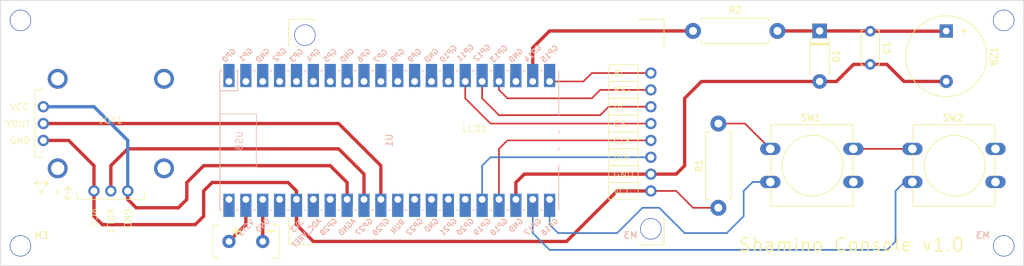
<source format=kicad_pcb>
(kicad_pcb (version 20221018) (generator pcbnew)
  (layers (0 "F.Cu" signal) (31 "B.Cu" signal) (34 "B.Paste" user) (35 "F.Paste" user) (36 "B.SilkS" user "B.Silkscreen") (37 "F.SilkS" user "F.Silkscreen") (38 "B.Mask" user) (39 "F.Mask" user) (44 "Edge.Cuts" user))
  (net 0 "")
  (net 1 "Net-(BZ1-+)")
  (net 2 "Net-(BZ1--)")
  (net 3 "Net-(LCD1-VCC)")
  (net 4 "Net-(JOY1-YOUT)")
  (net 5 "Net-(U1-AGND)")
  (net 6 "Net-(JOY1-XOUT)")
  (net 7 "Net-(R1-Pad2)")
  (net 8 "Net-(U1-GPIO14)")
  (net 30 "Net-(U1-GPIO17)")
  (net 31 "Net-(U1-GPIO16)")
  (net 35 "Net-(LCD1-DC)")
  (net 36 "Net-(LCD1-RST)")
  (net 37 "Net-(LCD1-BL)")
  (net 38 "Net-(LCD1-CS)")
  (net 39 "Net-(LCD1-DIN)")
  (net 40 "Net-(LCD1-CLK)")
  (net 41 "Net-(+3V/GND1-+)")
  (net 42 "Net-(+3V/GND1--)")
  (footprint "ThumbJoystick:Thumb Joystick" (layer "F.Cu") (at 54.61 35.56)
    (fp_text reference "JOY1" (at 0 -0.5 unlocked) (layer "F.SilkS") (effects (font (thickness 0.1))))
    (fp_text value "~")
    (fp_text user "YOUT" (at -15.875 0.635 unlocked) (layer "F.SilkS") (effects (font (thickness 0.1)) (justify left bottom)))
    (fp_text user "GND" (at -15.24 3.175 unlocked) (layer "F.SilkS") (effects (font (thickness 0.1)) (justify left bottom)))
    (fp_text user "VCC" (at -15.24 -1.905 unlocked) (layer "F.SilkS") (effects (font (thickness 0.1)) (justify left bottom)))
    (fp_text user "VCC" (at -3.175 12.7 270 unlocked) (layer "F.SilkS") (effects (font (thickness 0.1)) (justify left bottom)))
    (fp_text user "X" (at -11 11 unlocked) (layer "F.SilkS") (effects (font (thickness 0.1)) (justify left bottom)))
    (fp_text user "GND" (at 1.905 12.7 270 unlocked) (layer "F.SilkS") (effects (font (thickness 0.1)) (justify left bottom)))
    (fp_text user "Y" (at -8.5 11 unlocked) (layer "F.SilkS") (effects (font (thickness 0.1)) (justify left bottom)))
    (fp_text user "XOUT" (at -0.635 12.7 270 unlocked) (layer "F.SilkS") (effects (font (thickness 0.1)) (justify left bottom)))
    (fp_line (start -11.5 9) (end -11 8.5) (stroke (width 0.1)) (layer "F.SilkS"))
    (fp_line (start -11.5 9) (end -11 9.5) (stroke (width 0.1)) (layer "F.SilkS"))
    (fp_line (start -11.43 -5.08) (end -11.43 5.08) (stroke (width 0.1)) (layer "F.SilkS"))
    (fp_line (start -11.43 5.08) (end -10.16 5.08) (stroke (width 0.1)) (layer "F.SilkS"))
    (fp_line (start -11 8.5) (end -11.5 9) (stroke (width 0.1)) (layer "F.SilkS"))
    (fp_line (start -10.5 9) (end -11.5 9) (stroke (width 0.1)) (layer "F.SilkS"))
    (fp_line (start -10.5 9) (end -9.5 9) (stroke (width 0.1)) (layer "F.SilkS"))
    (fp_line (start -10.16 -5.08) (end -11.43 -5.08) (stroke (width 0.1)) (layer "F.SilkS"))
    (fp_line (start -10 8.5) (end -9.5 9) (stroke (width 0.1)) (layer "F.SilkS"))
    (fp_line (start -10 9.5) (end -9.5 9) (stroke (width 0.1)) (layer "F.SilkS"))
    (fp_line (start -9.5 9) (end -10 8.5) (stroke (width 0.1)) (layer "F.SilkS"))
    (fp_line (start -9.5 9) (end -10 9.5) (stroke (width 0.1)) (layer "F.SilkS"))
    (fp_line (start -7 10) (end -6.5 9.5) (stroke (width 0.1)) (layer "F.SilkS"))
    (fp_line (start -7 11) (end -6.5 11.5) (stroke (width 0.1)) (layer "F.SilkS"))
    (fp_line (start -6.5 9.5) (end -7 10) (stroke (width 0.1)) (layer "F.SilkS"))
    (fp_line (start -6.5 9.5) (end -6.5 10.5) (stroke (width 0.1)) (layer "F.SilkS"))
    (fp_line (start -6.5 9.5) (end -6 10) (stroke (width 0.1)) (layer "F.SilkS"))
    (fp_line (start -6.5 10.5) (end -6.5 9.5) (stroke (width 0.1)) (layer "F.SilkS"))
    (fp_line (start -6.5 10.5) (end -6.5 11.5) (stroke (width 0.1)) (layer "F.SilkS"))
    (fp_line (start -6.5 11.5) (end -7 11) (stroke (width 0.1)) (layer "F.SilkS"))
    (fp_line (start -6.5 11.5) (end -6 11) (stroke (width 0.1)) (layer "F.SilkS"))
    (fp_line (start -6 10) (end -6.5 9.5) (stroke (width 0.1)) (layer "F.SilkS"))
    (fp_line (start -6 11) (end -6.5 11.5) (stroke (width 0.1)) (layer "F.SilkS"))
    (fp_line (start -5.08 11.43) (end -5.08 10.16) (stroke (width 0.1)) (layer "F.SilkS"))
    (fp_line (start 5.08 10.16) (end 5.08 11.43) (stroke (width 0.1)) (layer "F.SilkS"))
    (fp_line (start 5.08 11.43) (end -5.08 11.43) (stroke (width 0.1)) (layer "F.SilkS"))
    (pad "1" thru_hole circle (at -2.54 10.16) (size 1.7 1.7) (drill 1.02) (layers "*.Cu" "*.Mask") (net 3 "Net-(LCD1-VCC)"))
    (pad "2" thru_hole circle (at 0 10.16) (size 1.7 1.7) (drill 1.02) (layers "*.Cu" "*.Mask") (net 6 "Net-(JOY1-XOUT)"))
    (pad "3" thru_hole circle (at 2.54 10.16) (size 1.7 1.7) (drill 1.02) (layers "*.Cu" "*.Mask") (net 5 "Net-(U1-AGND)"))
    (pad "4" thru_hole circle (at -10.16 2.54) (size 1.7 1.7) (drill 1.02) (layers "*.Cu" "*.Mask") (net 3 "Net-(LCD1-VCC)"))
    (pad "5" thru_hole circle (at -10.16 0) (size 1.7 1.7) (drill 1.02) (layers "*.Cu" "*.Mask") (net 4 "Net-(JOY1-YOUT)"))
    (pad "6" thru_hole circle (at -10.16 -2.54) (size 1.7 1.7) (drill 1.02) (layers "*.Cu" "*.Mask") (net 5 "Net-(U1-AGND)"))
    (pad "8" thru_hole circle (at -8 -6.75) (size 3 3) (drill 2) (layers "*.Cu" "*.Mask"))
    (pad "8" thru_hole circle (at -8 6.75) (size 3 3) (drill 2) (layers "*.Cu" "*.Mask"))
    (pad "8" thru_hole circle (at 8 -6.75) (size 3 3) (drill 2) (layers "*.Cu" "*.Mask"))
    (pad "8" thru_hole circle (at 8 6.75) (size 3 3) (drill 2) (layers "*.Cu" "*.Mask"))
  )
  (footprint "Button_Switch_THT:SW_PUSH-12mm" (layer "F.Cu") (at 153.87 39.37)
    (fp_text reference "SW1" (at 6.08 -4.66) (layer "F.SilkS"))
    (fp_text value "SW_Push")
    (fp_line (start 0.1 -3.65) (end 12.4 -3.65) (stroke (width 0.12)) (layer "F.SilkS"))
    (fp_line (start 0.1 -0.93) (end 0.1 -3.65) (stroke (width 0.12)) (layer "F.SilkS"))
    (fp_line (start 0.1 4.07) (end 0.1 0.93) (stroke (width 0.12)) (layer "F.SilkS"))
    (fp_line (start 0.1 8.65) (end 0.1 5.93) (stroke (width 0.12)) (layer "F.SilkS"))
    (fp_line (start 12.4 -3.65) (end 12.4 -0.93) (stroke (width 0.12)) (layer "F.SilkS"))
    (fp_line (start 12.4 0.93) (end 12.4 4.07) (stroke (width 0.12)) (layer "F.SilkS"))
    (fp_line (start 12.4 5.93) (end 12.4 8.65) (stroke (width 0.12)) (layer "F.SilkS"))
    (fp_line (start 12.4 8.65) (end 0.1 8.65) (stroke (width 0.12)) (layer "F.SilkS"))
    (fp_circle (center 6.35 2.54) (end 10.16 5.08) (stroke (width 0.12)) (fill none) (layer "F.SilkS"))
    (pad "1" thru_hole oval (at 0 0) (size 3.048 1.85) (drill 1.3) (layers "*.Cu" "*.Mask") (net 7 "Net-(R1-Pad2)"))
    (pad "1" thru_hole oval (at 12.5 0) (size 3.048 1.85) (drill 1.3) (layers "*.Cu" "*.Mask") (net 7 "Net-(R1-Pad2)"))
    (pad "2" thru_hole oval (at 0 5) (size 3.048 1.85) (drill 1.3) (layers "*.Cu" "*.Mask") (net 31 "Net-(U1-GPIO16)"))
    (pad "2" thru_hole oval (at 12.5 5) (size 3.048 1.85) (drill 1.3) (layers "*.Cu" "*.Mask") (net 31 "Net-(U1-GPIO16)"))
  )
  (footprint "Resistor_THT:R_Axial_DIN0411_L9.9mm_D3.6mm_P12.70mm_Horizontal" (layer "F.Cu") (at 154.94 21.59 180)
    (fp_text reference "R2" (at 6.35 3.175) (layer "F.SilkS"))
    (fp_text value "47Ω")
    (fp_line (start 1.28 -1.92) (end 11.42 -1.92) (stroke (width 0.12)) (layer "F.SilkS"))
    (fp_line (start 1.28 -1.44) (end 1.28 -1.92) (stroke (width 0.12)) (layer "F.SilkS"))
    (fp_line (start 1.28 1.44) (end 1.28 1.92) (stroke (width 0.12)) (layer "F.SilkS"))
    (fp_line (start 1.28 1.92) (end 11.42 1.92) (stroke (width 0.12)) (layer "F.SilkS"))
    (fp_line (start 11.42 -1.92) (end 11.42 -1.44) (stroke (width 0.12)) (layer "F.SilkS"))
    (fp_line (start 11.42 1.92) (end 11.42 1.44) (stroke (width 0.12)) (layer "F.SilkS"))
    (pad "1" thru_hole circle (at 0 0 180) (size 2.4 2.4) (drill 1.2) (layers "*.Cu" "*.Mask") (net 1 "Net-(BZ1-+)"))
    (pad "2" thru_hole oval (at 12.7 0 180) (size 2.4 2.4) (drill 1.2) (layers "*.Cu" "*.Mask") (net 8 "Net-(U1-GPIO14)"))
  )
  (footprint "Capacitor_THT:C_Disc_D5.0mm_W2.5mm_P5.00mm" (layer "F.Cu") (at 168.91 21.63 -90)
    (fp_text reference "C1" (at 2.5 -2.5 90) (layer "F.SilkS"))
    (fp_text value "100nF")
    (fp_line (start -0.12 -1.37) (end -0.12 -1.055) (stroke (width 0.12)) (layer "F.SilkS"))
    (fp_line (start -0.12 -1.37) (end 5.12 -1.37) (stroke (width 0.12)) (layer "F.SilkS"))
    (fp_line (start -0.12 1.055) (end -0.12 1.37) (stroke (width 0.12)) (layer "F.SilkS"))
    (fp_line (start -0.12 1.37) (end 5.12 1.37) (stroke (width 0.12)) (layer "F.SilkS"))
    (fp_line (start 5.12 -1.37) (end 5.12 -1.055) (stroke (width 0.12)) (layer "F.SilkS"))
    (fp_line (start 5.12 1.055) (end 5.12 1.37) (stroke (width 0.12)) (layer "F.SilkS"))
    (pad "1" thru_hole circle (at 0 0 270) (size 1.6 1.6) (drill 0.8) (layers "*.Cu" "*.Mask") (net 1 "Net-(BZ1-+)"))
    (pad "2" thru_hole circle (at 5 0 270) (size 1.6 1.6) (drill 0.8) (layers "*.Cu" "*.Mask") (net 2 "Net-(BZ1--)"))
  )
  (footprint "1.8inchLCD:1.8Inch_ST7735" (layer "F.Cu") (at 135.89 36.83)
    (fp_text reference "LCD1" (at -26.5 -0.5 unlocked) (layer "F.SilkS") (effects (font (thickness 0.1))))
    (fp_text value "~")
    (fp_text user "BL" (at -5.715 -8.255 unlocked) (layer "F.SilkS") (effects (font (thickness 0.1)) (justify left bottom)))
    (fp_text user "RST" (at -5.715 -5.715 unlocked) (layer "F.SilkS") (effects (font (thickness 0.1)) (justify left bottom)))
    (fp_text user "VCC" (at -5.715 9.525 unlocked) (layer "F.SilkS") (effects (font (thickness 0.1)) (justify left bottom)))
    (fp_text user "CLK" (at -5.715 1.905 unlocked) (layer "F.SilkS") (effects (font (thickness 0.1)) (justify left bottom)))
    (fp_text user "CS" (at -5.715 -0.635 unlocked) (layer "F.SilkS") (effects (font (thickness 0.1)) (justify left bottom)))
    (fp_text user "GND" (at -5.715 6.985 unlocked) (layer "F.SilkS") (effects (font (thickness 0.1)) (justify left bottom)))
    (fp_text user "DIN" (at -5.715 4.445 unlocked) (layer "F.SilkS") (effects (font (thickness 0.1)) (justify left bottom)))
    (fp_text user "DC" (at -5.715 -3.175 unlocked) (layer "F.SilkS") (effects (font (thickness 0.1)) (justify left bottom)))
    (fp_line (start -54.5 -17) (end -54.5 -13) (stroke (width 0.1)) (layer "F.SilkS"))
    (fp_line (start -54.5 -17) (end -50.5 -17) (stroke (width 0.1)) (layer "F.SilkS"))
    (fp_line (start -54.5 -13) (end -54.5 -17) (stroke (width 0.1)) (layer "F.SilkS"))
    (fp_line (start -54.5 13) (end -54.5 17) (stroke (width 0.1)) (layer "F.SilkS"))
    (fp_line (start -54.5 17) (end -54.5 13) (stroke (width 0.1)) (layer "F.SilkS"))
    (fp_line (start -54.5 17) (end -50.5 17) (stroke (width 0.1)) (layer "F.SilkS"))
    (fp_line (start -2 -17) (end 2 -17) (stroke (width 0.1)) (layer "F.SilkS"))
    (fp_line (start 2 -17) (end -2 -17) (stroke (width 0.1)) (layer "F.SilkS"))
    (fp_line (start 2 -17) (end 2 -13) (stroke (width 0.1)) (layer "F.SilkS"))
    (fp_line (start 2 -13) (end 2 -17) (stroke (width 0.1)) (layer "F.SilkS"))
    (fp_line (start 2 13) (end 2 17) (stroke (width 0.1)) (layer "F.SilkS"))
    (fp_line (start 2 17) (end -2 17) (stroke (width 0.1)) (layer "F.SilkS"))
    (fp_line (start 2 17) (end 2 13) (stroke (width 0.1)) (layer "F.SilkS"))
    (fp_rect (start -1.905 -10.16) (end -6.35 -7.62) (stroke (width 0.1)) (fill none) (layer "F.SilkS"))
    (fp_rect (start -1.905 -7.62) (end -6.35 -5.08) (stroke (width 0.1)) (fill none) (layer "F.SilkS"))
    (fp_rect (start -1.905 -5.08) (end -6.35 -2.54) (stroke (width 0.1)) (fill none) (layer "F.SilkS"))
    (fp_rect (start -1.905 -2.54) (end -6.35 0) (stroke (width 0.1)) (fill none) (layer "F.SilkS"))
    (fp_rect (start -1.905 0) (end -6.35 2.54) (stroke (width 0.1)) (fill none) (layer "F.SilkS"))
    (fp_rect (start -1.905 2.54) (end -6.35 5.08) (stroke (width 0.1)) (fill none) (layer "F.SilkS"))
    (fp_rect (start -1.905 5.08) (end -6.35 7.62) (stroke (width 0.1)) (fill none) (layer "F.SilkS"))
    (fp_rect (start -1.905 7.62) (end -6.35 10.16) (stroke (width 0.1)) (fill none) (layer "F.SilkS"))
    (pad "1" thru_hole circle (at 0 8.89) (size 1.7 1.7) (drill 1.02) (layers "*.Cu" "*.Mask") (net 3 "Net-(LCD1-VCC)"))
    (pad "2" thru_hole circle (at 0 6.35) (size 1.7 1.7) (drill 1.02) (layers "*.Cu" "*.Mask") (net 2 "Net-(BZ1--)"))
    (pad "3" thru_hole circle (at 0 3.81) (size 1.7 1.7) (drill 1.02) (layers "*.Cu" "*.Mask") (net 39 "Net-(LCD1-DIN)"))
    (pad "4" thru_hole circle (at 0 1.27) (size 1.7 1.7) (drill 1.02) (layers "*.Cu" "*.Mask") (net 40 "Net-(LCD1-CLK)"))
    (pad "5" thru_hole circle (at 0 -1.27) (size 1.7 1.7) (drill 1.02) (layers "*.Cu" "*.Mask") (net 38 "Net-(LCD1-CS)"))
    (pad "6" thru_hole circle (at 0 -3.81) (size 1.7 1.7) (drill 1.02) (layers "*.Cu" "*.Mask") (net 35 "Net-(LCD1-DC)"))
    (pad "7" thru_hole circle (at 0 -6.35) (size 1.7 1.7) (drill 1.02) (layers "*.Cu" "*.Mask") (net 36 "Net-(LCD1-RST)"))
    (pad "8" thru_hole circle (at 0 -8.89) (size 1.7 1.7) (drill 1.02) (layers "*.Cu" "*.Mask") (net 37 "Net-(LCD1-BL)"))
  )
  (footprint "Button_Switch_THT:SW_PUSH-12mm" (layer "F.Cu") (at 175.26 39.37)
    (fp_text reference "SW2" (at 6.08 -4.66) (layer "F.SilkS"))
    (fp_text value "SW_Push")
    (fp_line (start 0.1 -3.65) (end 12.4 -3.65) (stroke (width 0.12)) (layer "F.SilkS"))
    (fp_line (start 0.1 -0.93) (end 0.1 -3.65) (stroke (width 0.12)) (layer "F.SilkS"))
    (fp_line (start 0.1 4.07) (end 0.1 0.93) (stroke (width 0.12)) (layer "F.SilkS"))
    (fp_line (start 0.1 8.65) (end 0.1 5.93) (stroke (width 0.12)) (layer "F.SilkS"))
    (fp_line (start 12.4 -3.65) (end 12.4 -0.93) (stroke (width 0.12)) (layer "F.SilkS"))
    (fp_line (start 12.4 0.93) (end 12.4 4.07) (stroke (width 0.12)) (layer "F.SilkS"))
    (fp_line (start 12.4 5.93) (end 12.4 8.65) (stroke (width 0.12)) (layer "F.SilkS"))
    (fp_line (start 12.4 8.65) (end 0.1 8.65) (stroke (width 0.12)) (layer "F.SilkS"))
    (fp_circle (center 6.35 2.54) (end 10.16 5.08) (stroke (width 0.12)) (fill none) (layer "F.SilkS"))
    (pad "1" thru_hole oval (at 0 0) (size 3.048 1.85) (drill 1.3) (layers "*.Cu" "*.Mask") (net 7 "Net-(R1-Pad2)"))
    (pad "1" thru_hole oval (at 12.5 0) (size 3.048 1.85) (drill 1.3) (layers "*.Cu" "*.Mask") (net 7 "Net-(R1-Pad2)"))
    (pad "2" thru_hole oval (at 0 5) (size 3.048 1.85) (drill 1.3) (layers "*.Cu" "*.Mask") (net 30 "Net-(U1-GPIO17)"))
    (pad "2" thru_hole oval (at 12.5 5) (size 3.048 1.85) (drill 1.3) (layers "*.Cu" "*.Mask") (net 30 "Net-(U1-GPIO17)"))
  )
  (footprint "Buzzer_Beeper:Buzzer_12x9.5RM7.6" (layer "F.Cu") (at 180.34 21.6 -90)
    (fp_text reference "BZ1" (at 3.8 -7.2 90) (layer "F.SilkS"))
    (fp_text value "Buzzer")
    (fp_text user "+" (at -0.01 -2.54 90) (layer "F.SilkS"))
    (fp_circle (center 3.8 0) (end 9.9 0) (stroke (width 0.12)) (fill none) (layer "F.SilkS"))
    (pad "1" thru_hole rect (at 0 0 270) (size 2 2) (drill 1) (layers "*.Cu" "*.Mask") (net 1 "Net-(BZ1-+)"))
    (pad "2" thru_hole circle (at 7.6 0 270) (size 2 2) (drill 1) (layers "*.Cu" "*.Mask") (net 2 "Net-(BZ1--)"))
  )
  (footprint "Power:PowerPins" (layer "F.Cu") (at 74.93 53.34)
    (fp_text reference "+3V/GND1" hide)
    (fp_text value "~")
    (fp_text user "+" (at -2.54 -0.762 unlocked) (layer "F.SilkS") (effects (font (size 1.5 1.5) (thickness 0.3) bold) (justify left bottom)))
    (fp_text user "-" (at 2.54 -0.762 unlocked) (layer "F.SilkS") (effects (font (size 1.5 1.5) (thickness 0.3) bold) (justify left bottom)))
    (fp_line (start -5 -2.5) (end -5 2.5) (stroke (width 0.1)) (layer "F.SilkS"))
    (fp_line (start -5 2.5) (end -4 2.5) (stroke (width 0.1)) (layer "F.SilkS"))
    (fp_line (start -4 -2.5) (end -5 -2.5) (stroke (width 0.1)) (layer "F.SilkS"))
    (fp_line (start 4 -2.5) (end 5 -2.5) (stroke (width 0.1)) (layer "F.SilkS"))
    (fp_line (start 5 -2.5) (end 4 -2.5) (stroke (width 0.1)) (layer "F.SilkS"))
    (fp_line (start 5 -2.5) (end 5 2.5) (stroke (width 0.1)) (layer "F.SilkS"))
    (fp_line (start 5 2.5) (end 4 2.5) (stroke (width 0.1)) (layer "F.SilkS"))
    (pad "1" thru_hole circle (at -2.54 0) (size 2 2) (drill 1) (layers "*.Cu" "*.Mask") (net 41 "Net-(+3V/GND1-+)"))
    (pad "2" thru_hole circle (at 2.54 0) (size 2 2) (drill 1) (layers "*.Cu" "*.Mask") (net 42 "Net-(+3V/GND1--)"))
  )
  (footprint "Diode_THT:D_DO-41_SOD81_P7.62mm_Horizontal" (layer "F.Cu") (at 161.29 21.59 -90)
    (fp_text reference "D1" (at 3.81 -2.47 90) (layer "F.SilkS"))
    (fp_text value "D_Schottky")
    (fp_line (start 1.09 -1.47) (end 6.53 -1.47) (stroke (width 0.12)) (layer "F.SilkS"))
    (fp_line (start 1.09 -1.34) (end 1.09 -1.47) (stroke (width 0.12)) (layer "F.SilkS"))
    (fp_line (start 1.09 1.34) (end 1.09 1.47) (stroke (width 0.12)) (layer "F.SilkS"))
    (fp_line (start 1.09 1.47) (end 6.53 1.47) (stroke (width 0.12)) (layer "F.SilkS"))
    (fp_line (start 1.87 -1.47) (end 1.87 1.47) (stroke (width 0.12)) (layer "F.SilkS"))
    (fp_line (start 1.99 -1.47) (end 1.99 1.47) (stroke (width 0.12)) (layer "F.SilkS"))
    (fp_line (start 2.11 -1.47) (end 2.11 1.47) (stroke (width 0.12)) (layer "F.SilkS"))
    (fp_line (start 6.53 -1.47) (end 6.53 -1.34) (stroke (width 0.12)) (layer "F.SilkS"))
    (fp_line (start 6.53 1.47) (end 6.53 1.34) (stroke (width 0.12)) (layer "F.SilkS"))
    (pad "1" thru_hole rect (at 0 0 270) (size 2.2 2.2) (drill 1.1) (layers "*.Cu" "*.Mask") (net 1 "Net-(BZ1-+)"))
    (pad "2" thru_hole oval (at 7.62 0 270) (size 2.2 2.2) (drill 1.1) (layers "*.Cu" "*.Mask") (net 2 "Net-(BZ1--)"))
  )
  (footprint "Resistor_THT:R_Axial_DIN0411_L9.9mm_D3.6mm_P12.70mm_Horizontal" (layer "F.Cu") (at 146.05 48.26 90)
    (fp_text reference "R1" (at 6.35 -2.92 90) (layer "F.SilkS"))
    (fp_text value "4,7kΩ")
    (fp_line (start 1.28 -1.92) (end 11.42 -1.92) (stroke (width 0.12)) (layer "F.SilkS"))
    (fp_line (start 1.28 -1.44) (end 1.28 -1.92) (stroke (width 0.12)) (layer "F.SilkS"))
    (fp_line (start 1.28 1.44) (end 1.28 1.92) (stroke (width 0.12)) (layer "F.SilkS"))
    (fp_line (start 1.28 1.92) (end 11.42 1.92) (stroke (width 0.12)) (layer "F.SilkS"))
    (fp_line (start 11.42 -1.92) (end 11.42 -1.44) (stroke (width 0.12)) (layer "F.SilkS"))
    (fp_line (start 11.42 1.92) (end 11.42 1.44) (stroke (width 0.12)) (layer "F.SilkS"))
    (pad "1" thru_hole circle (at 0 0 90) (size 2.4 2.4) (drill 1.2) (layers "*.Cu" "*.Mask") (net 3 "Net-(LCD1-VCC)"))
    (pad "2" thru_hole oval (at 12.7 0 90) (size 2.4 2.4) (drill 1.2) (layers "*.Cu" "*.Mask") (net 7 "Net-(R1-Pad2)"))
  )
  (footprint "Raspberry Pi Pico:RPi_Pico_SMD_TH" (layer "B.Cu") (at 96.52 38.1 -90)
    (fp_text reference "U1" (at 0 0 90) (layer "B.SilkS") (effects (justify mirror)))
    (fp_text value "Pico")
    (fp_text user "GP4" (at -12.8 11.43 45) (layer "B.SilkS") (effects (font (size 0.8 0.8)) (justify mirror)))
    (fp_text user "GP6" (at -12.8 3.81 45) (layer "B.SilkS") (effects (font (size 0.8 0.8)) (justify mirror)))
    (fp_text user "GP20" (at 13.054 -11.43 45) (layer "B.SilkS") (effects (font (size 0.8 0.8)) (justify mirror)))
    (fp_text user "GP18" (at 13.054 -16.51 45) (layer "B.SilkS") (effects (font (size 0.8 0.8)) (justify mirror)))
    (fp_text user "GND" (at -12.8 19.05 45) (layer "B.SilkS") (effects (font (size 0.8 0.8)) (justify mirror)))
    (fp_text user "VSYS" (at 13.2 21.59 45) (layer "B.SilkS") (effects (font (size 0.8 0.8)) (justify mirror)))
    (fp_text user "GP16" (at 13.054 -24.13 45) (layer "B.SilkS") (effects (font (size 0.8 0.8)) (justify mirror)))
    (fp_text user "GND" (at 12.8 19.05 45) (layer "B.SilkS") (effects (font (size 0.8 0.8)) (justify mirror)))
    (fp_text user "GP2" (at -12.9 16.51 45) (layer "B.SilkS") (effects (font (size 0.8 0.8)) (justify mirror)))
    (fp_text user "GP28" (at 13.054 9.144 45) (layer "B.SilkS") (effects (font (size 0.8 0.8)) (justify mirror)))
    (fp_text user "GND" (at 12.8 -6.35 45) (layer "B.SilkS") (effects (font (size 0.8 0.8)) (justify mirror)))
    (fp_text user "USB" (at -1.5 22 90 unlocked) (layer "B.SilkS") (effects (font (thickness 0.1)) (justify left bottom mirror)))
    (fp_text user "AGND" (at 13.054 6.35 45) (layer "B.SilkS") (effects (font (size 0.8 0.8)) (justify mirror)))
    (fp_text user "GP21" (at 13.054 -8.9 45) (layer "B.SilkS") (effects (font (size 0.8 0.8)) (justify mirror)))
    (fp_text user "GP3" (at -12.8 13.97 45) (layer "B.SilkS") (effects (font (size 0.8 0.8)) (justify mirror)))
    (fp_text user "3V3" (at 12.9 13.9 45) (layer "B.SilkS") (effects (font (size 0.8 0.8)) (justify mirror)))
    (fp_text user "GND" (at -12.8 -6.35 45) (layer "B.SilkS") (effects (font (size 0.8 0.8)) (justify mirror)))
    (fp_text user "GP22" (at 13.054 -3.81 45) (layer "B.SilkS") (effects (font (size 0.8 0.8)) (justify mirror)))
    (fp_text user "GP1" (at -12.9 21.6 45) (layer "B.SilkS") (effects (font (size 0.8 0.8)) (justify mirror)))
    (fp_text user "GP12" (at -13.2 -13.97 45) (layer "B.SilkS") (effects (font (size 0.8 0.8)) (justify mirror)))
    (fp_text user "GND" (at -12.8 6.35 45) (layer "B.SilkS") (effects (font (size 0.8 0.8)) (justify mirror)))
    (fp_text user "GP13" (at -13.054 -16.51 45) (layer "B.SilkS") (effects (font (size 0.8 0.8)) (justify mirror)))
    (fp_text user "GP8" (at -12.8 -1.27 45) (layer "B.SilkS") (effects (font (size 0.8 0.8)) (justify mirror)))
    (fp_text user "ADC_VREF" (at 14 12.5 45) (layer "B.SilkS") (effects (font (size 0.8 0.8)) (justify mirror)))
    (fp_text user "GP26" (at 13.054 1.27 45) (layer "B.SilkS") (effects (font (size 0.8 0.8)) (justify mirror)))
    (fp_text user "GP5" (at -12.8 8.89 45) (layer "B.SilkS") (effects (font (size 0.8 0.8)) (justify mirror)))
    (fp_text user "GP19" (at 13.054 -13.97 45) (layer "B.SilkS") (effects (font (size 0.8 0.8)) (justify mirror)))
    (fp_text user "GP0" (at -12.8 24.13 45) (layer "B.SilkS") (effects (font (size 0.8 0.8)) (justify mirror)))
    (fp_text user "GP27" (at 13.054 3.8 45) (layer "B.SilkS") (effects (font (size 0.8 0.8)) (justify mirror)))
    (fp_text user "GP10" (at -13.054 -8.89 45) (layer "B.SilkS") (effects (font (size 0.8 0.8)) (justify mirror)))
    (fp_text user "GP14" (at -13.1 -21.59 45) (layer "B.SilkS") (effects (font (size 0.8 0.8)) (justify mirror)))
    (fp_text user "GP9" (at -12.8 -3.81 45) (layer "B.SilkS") (effects (font (size 0.8 0.8)) (justify mirror)))
    (fp_text user "GP15" (at -13.054 -24.13 45) (layer "B.SilkS") (effects (font (size 0.8 0.8)) (justify mirror)))
    (fp_text user "RUN" (at 13 -1.27 45) (layer "B.SilkS") (effects (font (size 0.8 0.8)) (justify mirror)))
    (fp_text user "GP7" (at -12.7 1.3 45) (layer "B.SilkS") (effects (font (size 0.8 0.8)) (justify mirror)))
    (fp_text user "GP17" (at 13.054 -21.59 45) (layer "B.SilkS") (effects (font (size 0.8 0.8)) (justify mirror)))
    (fp_text user "GND" (at -12.8 -19.05 45) (layer "B.SilkS") (effects (font (size 0.8 0.8)) (justify mirror)))
    (fp_text user "GND" (at 12.8 -19.05 45) (layer "B.SilkS") (effects (font (size 0.8 0.8)) (justify mirror)))
    (fp_text user "GP11" (at -13.2 -11.43 45) (layer "B.SilkS") (effects (font (size 0.8 0.8)) (justify mirror)))
    (fp_line (start -10.5 -22.7) (end -10.5 -23.1) (stroke (width 0.12)) (layer "B.SilkS"))
    (fp_line (start -10.5 -20.1) (end -10.5 -20.5) (stroke (width 0.12)) (layer "B.SilkS"))
    (fp_line (start -10.5 -17.6) (end -10.5 -18) (stroke (width 0.12)) (layer "B.SilkS"))
    (fp_line (start -10.5 -15.1) (end -10.5 -15.5) (stroke (width 0.12)) (layer "B.SilkS"))
    (fp_line (start -10.5 -12.5) (end -10.5 -12.9) (stroke (width 0.12)) (layer "B.SilkS"))
    (fp_line (start -10.5 -10) (end -10.5 -10.4) (stroke (width 0.12)) (layer "B.SilkS"))
    (fp_line (start -10.5 -7.4) (end -10.5 -7.8) (stroke (width 0.12)) (layer "B.SilkS"))
    (fp_line (start -10.5 -4.9) (end -10.5 -5.3) (stroke (width 0.12)) (layer "B.SilkS"))
    (fp_line (start -10.5 -2.3) (end -10.5 -2.7) (stroke (width 0.12)) (layer "B.SilkS"))
    (fp_line (start -10.5 0.2) (end -10.5 -0.2) (stroke (width 0.12)) (layer "B.SilkS"))
    (fp_line (start -10.5 2.7) (end -10.5 2.3) (stroke (width 0.12)) (layer "B.SilkS"))
    (fp_line (start -10.5 5.3) (end -10.5 4.9) (stroke (width 0.12)) (layer "B.SilkS"))
    (fp_line (start -10.5 7.8) (end -10.5 7.4) (stroke (width 0.12)) (layer "B.SilkS"))
    (fp_line (start -10.5 10.4) (end -10.5 10) (stroke (width 0.12)) (layer "B.SilkS"))
    (fp_line (start -10.5 12.9) (end -10.5 12.5) (stroke (width 0.12)) (layer "B.SilkS"))
    (fp_line (start -10.5 15.4) (end -10.5 15) (stroke (width 0.12)) (layer "B.SilkS"))
    (fp_line (start -10.5 18) (end -10.5 17.6) (stroke (width 0.12)) (layer "B.SilkS"))
    (fp_line (start -10.5 20.5) (end -10.5 20.1) (stroke (width 0.12)) (layer "B.SilkS"))
    (fp_line (start -10.5 22.833) (end -7.493 22.833) (stroke (width 0.12)) (layer "B.SilkS"))
    (fp_line (start -10.5 23.1) (end -10.5 22.7) (stroke (width 0.12)) (layer "B.SilkS"))
    (fp_line (start -10.5 25.5) (end -10.5 25.2) (stroke (width 0.12)) (layer "B.SilkS"))
    (fp_line (start -10.5 25.5) (end 10.5 25.5) (stroke (width 0.12)) (layer "B.SilkS"))
    (fp_line (start -7.493 22.833) (end -7.493 25.5) (stroke (width 0.12)) (layer "B.SilkS"))
    (fp_line (start -3.7 -25.5) (end -10.5 -25.5) (stroke (width 0.12)) (layer "B.SilkS"))
    (fp_line (start -1.5 -25.5) (end -1.1 -25.5) (stroke (width 0.12)) (layer "B.SilkS"))
    (fp_line (start 1.1 -25.5) (end 1.5 -25.5) (stroke (width 0.12)) (layer "B.SilkS"))
    (fp_line (start 10.5 -25.5) (end 3.7 -25.5) (stroke (width 0.12)) (layer "B.SilkS"))
    (fp_line (start 10.5 -22.7) (end 10.5 -23.1) (stroke (width 0.12)) (layer "B.SilkS"))
    (fp_line (start 10.5 -20.1) (end 10.5 -20.5) (stroke (width 0.12)) (layer "B.SilkS"))
    (fp_line (start 10.5 -17.6) (end 10.5 -18) (stroke (width 0.12)) (layer "B.SilkS"))
    (fp_line (start 10.5 -15.1) (end 10.5 -15.5) (stroke (width 0.12)) (layer "B.SilkS"))
    (fp_line (start 10.5 -12.5) (end 10.5 -12.9) (stroke (width 0.12)) (layer "B.SilkS"))
    (fp_line (start 10.5 -10) (end 10.5 -10.4) (stroke (width 0.12)) (layer "B.SilkS"))
    (fp_line (start 10.5 -7.4) (end 10.5 -7.8) (stroke (width 0.12)) (layer "B.SilkS"))
    (fp_line (start 10.5 -4.9) (end 10.5 -5.3) (stroke (width 0.12)) (layer "B.SilkS"))
    (fp_line (start 10.5 -2.3) (end 10.5 -2.7) (stroke (width 0.12)) (layer "B.SilkS"))
    (fp_line (start 10.5 0.2) (end 10.5 -0.2) (stroke (width 0.12)) (layer "B.SilkS"))
    (fp_line (start 10.5 2.7) (end 10.5 2.3) (stroke (width 0.12)) (layer "B.SilkS"))
    (fp_line (start 10.5 5.3) (end 10.5 4.9) (stroke (width 0.12)) (layer "B.SilkS"))
    (fp_line (start 10.5 7.8) (end 10.5 7.4) (stroke (width 0.12)) (layer "B.SilkS"))
    (fp_line (start 10.5 10.4) (end 10.5 10) (stroke (width 0.12)) (layer "B.SilkS"))
    (fp_line (start 10.5 12.9) (end 10.5 12.5) (stroke (width 0.12)) (layer "B.SilkS"))
    (fp_line (start 10.5 15.4) (end 10.5 15) (stroke (width 0.12)) (layer "B.SilkS"))
    (fp_line (start 10.5 18) (end 10.5 17.6) (stroke (width 0.12)) (layer "B.SilkS"))
    (fp_line (start 10.5 20.5) (end 10.5 20.1) (stroke (width 0.12)) (layer "B.SilkS"))
    (fp_line (start 10.5 23.1) (end 10.5 22.7) (stroke (width 0.12)) (layer "B.SilkS"))
    (fp_line (start 10.5 25.5) (end 10.5 25.2) (stroke (width 0.12)) (layer "B.SilkS"))
    (fp_rect (start -4 25.5) (end 4 20) (stroke (width 0.1)) (fill none) (layer "B.SilkS"))
    (pad "1" thru_hole oval (at -8.89 24.13 270) (size 1.7 1.7) (drill 1.02) (layers "*.Cu" "*.Mask"))
    (pad "1" smd rect (at -8.89 24.13 270) (size 3.5 1.7) (drill (offset -0.9 0)) (layers "B.Cu" "B.Mask"))
    (pad "2" thru_hole oval (at -8.89 21.59 270) (size 1.7 1.7) (drill 1.02) (layers "*.Cu" "*.Mask"))
    (pad "2" smd rect (at -8.89 21.59 270) (size 3.5 1.7) (drill (offset -0.9 0)) (layers "B.Cu" "B.Mask"))
    (pad "3" thru_hole rect (at -8.89 19.05 270) (size 1.7 1.7) (drill 1.02) (layers "*.Cu" "*.Mask"))
    (pad "3" smd rect (at -8.89 19.05 270) (size 3.5 1.7) (drill (offset -0.9 0)) (layers "B.Cu" "B.Mask"))
    (pad "4" thru_hole oval (at -8.89 16.51 270) (size 1.7 1.7) (drill 1.02) (layers "*.Cu" "*.Mask"))
    (pad "4" smd rect (at -8.89 16.51 270) (size 3.5 1.7) (drill (offset -0.9 0)) (layers "B.Cu" "B.Mask"))
    (pad "5" thru_hole oval (at -8.89 13.97 270) (size 1.7 1.7) (drill 1.02) (layers "*.Cu" "*.Mask"))
    (pad "5" smd rect (at -8.89 13.97 270) (size 3.5 1.7) (drill (offset -0.9 0)) (layers "B.Cu" "B.Mask"))
    (pad "6" thru_hole oval (at -8.89 11.43 270) (size 1.7 1.7) (drill 1.02) (layers "*.Cu" "*.Mask"))
    (pad "6" smd rect (at -8.89 11.43 270) (size 3.5 1.7) (drill (offset -0.9 0)) (layers "B.Cu" "B.Mask"))
    (pad "7" thru_hole oval (at -8.89 8.89 270) (size 1.7 1.7) (drill 1.02) (layers "*.Cu" "*.Mask"))
    (pad "7" smd rect (at -8.89 8.89 270) (size 3.5 1.7) (drill (offset -0.9 0)) (layers "B.Cu" "B.Mask"))
    (pad "8" thru_hole rect (at -8.89 6.35 270) (size 1.7 1.7) (drill 1.02) (layers "*.Cu" "*.Mask"))
    (pad "8" smd rect (at -8.89 6.35 270) (size 3.5 1.7) (drill (offset -0.9 0)) (layers "B.Cu" "B.Mask"))
    (pad "9" thru_hole oval (at -8.89 3.81 270) (size 1.7 1.7) (drill 1.02) (layers "*.Cu" "*.Mask"))
    (pad "9" smd rect (at -8.89 3.81 270) (size 3.5 1.7) (drill (offset -0.9 0)) (layers "B.Cu" "B.Mask"))
    (pad "10" thru_hole oval (at -8.89 1.27 270) (size 1.7 1.7) (drill 1.02) (layers "*.Cu" "*.Mask"))
    (pad "10" smd rect (at -8.89 1.27 270) (size 3.5 1.7) (drill (offset -0.9 0)) (layers "B.Cu" "B.Mask"))
    (pad "11" thru_hole oval (at -8.89 -1.27 270) (size 1.7 1.7) (drill 1.02) (layers "*.Cu" "*.Mask"))
    (pad "11" smd rect (at -8.89 -1.27 270) (size 3.5 1.7) (drill (offset -0.9 0)) (layers "B.Cu" "B.Mask"))
    (pad "12" thru_hole oval (at -8.89 -3.81 270) (size 1.7 1.7) (drill 1.02) (layers "*.Cu" "*.Mask"))
    (pad "12" smd rect (at -8.89 -3.81 270) (size 3.5 1.7) (drill (offset -0.9 0)) (layers "B.Cu" "B.Mask"))
    (pad "13" thru_hole rect (at -8.89 -6.35 270) (size 1.7 1.7) (drill 1.02) (layers "*.Cu" "*.Mask"))
    (pad "13" smd rect (at -8.89 -6.35 270) (size 3.5 1.7) (drill (offset -0.9 0)) (layers "B.Cu" "B.Mask"))
    (pad "14" thru_hole oval (at -8.89 -8.89 270) (size 1.7 1.7) (drill 1.02) (layers "*.Cu" "*.Mask"))
    (pad "14" smd rect (at -8.89 -8.89 270) (size 3.5 1.7) (drill (offset -0.9 0)) (layers "B.Cu" "B.Mask"))
    (pad "15" thru_hole oval (at -8.89 -11.43 270) (size 1.7 1.7) (drill 1.02) (layers "*.Cu" "*.Mask") (net 38 "Net-(LCD1-CS)"))
    (pad "15" smd rect (at -8.89 -11.43 270) (size 3.5 1.7) (drill (offset -0.9 0)) (layers "B.Cu" "B.Mask") (net 38 "Net-(LCD1-CS)"))
    (pad "16" thru_hole oval (at -8.89 -13.97 270) (size 1.7 1.7) (drill 1.02) (layers "*.Cu" "*.Mask") (net 35 "Net-(LCD1-DC)"))
    (pad "16" smd rect (at -8.89 -13.97 270) (size 3.5 1.7) (drill (offset -0.9 0)) (layers "B.Cu" "B.Mask") (net 35 "Net-(LCD1-DC)"))
    (pad "17" thru_hole oval (at -8.89 -16.51 270) (size 1.7 1.7) (drill 1.02) (layers "*.Cu" "*.Mask") (net 36 "Net-(LCD1-RST)"))
    (pad "17" smd rect (at -8.89 -16.51 270) (size 3.5 1.7) (drill (offset -0.9 0)) (layers "B.Cu" "B.Mask") (net 36 "Net-(LCD1-RST)"))
    (pad "18" thru_hole rect (at -8.89 -19.05 270) (size 1.7 1.7) (drill 1.02) (layers "*.Cu" "*.Mask"))
    (pad "18" smd rect (at -8.89 -19.05 270) (size 3.5 1.7) (drill (offset -0.9 0)) (layers "B.Cu" "B.Mask"))
    (pad "19" thru_hole oval (at -8.89 -21.59 270) (size 1.7 1.7) (drill 1.02) (layers "*.Cu" "*.Mask") (net 8 "Net-(U1-GPIO14)"))
    (pad "19" smd rect (at -8.89 -21.59 270) (size 3.5 1.7) (drill (offset -0.9 0)) (layers "B.Cu" "B.Mask") (net 8 "Net-(U1-GPIO14)"))
    (pad "20" thru_hole oval (at -8.89 -24.13 270) (size 1.7 1.7) (drill 1.02) (layers "*.Cu" "*.Mask") (net 37 "Net-(LCD1-BL)"))
    (pad "20" smd rect (at -8.89 -24.13 270) (size 3.5 1.7) (drill (offset -0.9 0)) (layers "B.Cu" "B.Mask") (net 37 "Net-(LCD1-BL)"))
    (pad "21" thru_hole oval (at 8.89 -24.13 270) (size 1.7 1.7) (drill 1.02) (layers "*.Cu" "*.Mask") (net 31 "Net-(U1-GPIO16)"))
    (pad "21" smd rect (at 8.89 -24.13 270) (size 3.5 1.7) (drill (offset 0.9 0)) (layers "B.Cu" "B.Mask") (net 31 "Net-(U1-GPIO16)"))
    (pad "22" thru_hole oval (at 8.89 -21.59 270) (size 1.7 1.7) (drill 1.02) (layers "*.Cu" "*.Mask") (net 30 "Net-(U1-GPIO17)"))
    (pad "22" smd rect (at 8.89 -21.59 270) (size 3.5 1.7) (drill (offset 0.9 0)) (layers "B.Cu" "B.Mask") (net 30 "Net-(U1-GPIO17)"))
    (pad "23" thru_hole rect (at 8.89 -19.05 270) (size 1.7 1.7) (drill 1.02) (layers "*.Cu" "*.Mask") (net 2 "Net-(BZ1--)"))
    (pad "23" smd rect (at 8.89 -19.05 270) (size 3.5 1.7) (drill (offset 0.9 0)) (layers "B.Cu" "B.Mask") (net 2 "Net-(BZ1--)"))
    (pad "24" thru_hole oval (at 8.89 -16.51 270) (size 1.7 1.7) (drill 1.02) (layers "*.Cu" "*.Mask") (net 40 "Net-(LCD1-CLK)"))
    (pad "24" smd rect (at 8.89 -16.51 270) (size 3.5 1.7) (drill (offset 0.9 0)) (layers "B.Cu" "B.Mask") (net 40 "Net-(LCD1-CLK)"))
    (pad "25" thru_hole oval (at 8.89 -13.97 270) (size 1.7 1.7) (drill 1.02) (layers "*.Cu" "*.Mask") (net 39 "Net-(LCD1-DIN)"))
    (pad "25" smd rect (at 8.89 -13.97 270) (size 3.5 1.7) (drill (offset 0.9 0)) (layers "B.Cu" "B.Mask") (net 39 "Net-(LCD1-DIN)"))
    (pad "26" thru_hole oval (at 8.89 -11.43 270) (size 1.7 1.7) (drill 1.02) (layers "*.Cu" "*.Mask"))
    (pad "26" smd rect (at 8.89 -11.43 270) (size 3.5 1.7) (drill (offset 0.9 0)) (layers "B.Cu" "B.Mask"))
    (pad "27" thru_hole oval (at 8.89 -8.89 270) (size 1.7 1.7) (drill 1.02) (layers "*.Cu" "*.Mask"))
    (pad "27" smd rect (at 8.89 -8.89 270) (size 3.5 1.7) (drill (offset 0.9 0)) (layers "B.Cu" "B.Mask"))
    (pad "28" thru_hole rect (at 8.89 -6.35 270) (size 1.7 1.7) (drill 1.02) (layers "*.Cu" "*.Mask"))
    (pad "28" smd rect (at 8.89 -6.35 270) (size 3.5 1.7) (drill (offset 0.9 0)) (layers "B.Cu" "B.Mask"))
    (pad "29" thru_hole oval (at 8.89 -3.81 270) (size 1.7 1.7) (drill 1.02) (layers "*.Cu" "*.Mask"))
    (pad "29" smd rect (at 8.89 -3.81 270) (size 3.5 1.7) (drill (offset 0.9 0)) (layers "B.Cu" "B.Mask"))
    (pad "30" thru_hole oval (at 8.89 -1.27 270) (size 1.7 1.7) (drill 1.02) (layers "*.Cu" "*.Mask"))
    (pad "30" smd rect (at 8.89 -1.27 270) (size 3.5 1.7) (drill (offset 0.9 0)) (layers "B.Cu" "B.Mask"))
    (pad "31" thru_hole oval (at 8.89 1.27 270) (size 1.7 1.7) (drill 1.02) (layers "*.Cu" "*.Mask") (net 4 "Net-(JOY1-YOUT)"))
    (pad "31" smd rect (at 8.89 1.27 270) (size 3.5 1.7) (drill (offset 0.9 0)) (layers "B.Cu" "B.Mask") (net 4 "Net-(JOY1-YOUT)"))
    (pad "32" thru_hole oval (at 8.89 3.81 270) (size 1.7 1.7) (drill 1.02) (layers "*.Cu" "*.Mask") (net 6 "Net-(JOY1-XOUT)"))
    (pad "32" smd rect (at 8.89 3.81 270) (size 3.5 1.7) (drill (offset 0.9 0)) (layers "B.Cu" "B.Mask") (net 6 "Net-(JOY1-XOUT)"))
    (pad "33" thru_hole rect (at 8.89 6.35 270) (size 1.7 1.7) (drill 1.02) (layers "*.Cu" "*.Mask") (net 5 "Net-(U1-AGND)"))
    (pad "33" smd rect (at 8.89 6.35 270) (size 3.5 1.7) (drill (offset 0.9 0)) (layers "B.Cu" "B.Mask") (net 5 "Net-(U1-AGND)"))
    (pad "34" thru_hole oval (at 8.89 8.89 270) (size 1.7 1.7) (drill 1.02) (layers "*.Cu" "*.Mask"))
    (pad "34" smd rect (at 8.89 8.89 270) (size 3.5 1.7) (drill (offset 0.9 0)) (layers "B.Cu" "B.Mask"))
    (pad "35" thru_hole oval (at 8.89 11.43 270) (size 1.7 1.7) (drill 1.02) (layers "*.Cu" "*.Mask"))
    (pad "35" smd rect (at 8.89 11.43 270) (size 3.5 1.7) (drill (offset 0.9 0)) (layers "B.Cu" "B.Mask"))
    (pad "36" thru_hole oval (at 8.89 13.97 270) (size 1.7 1.7) (drill 1.02) (layers "*.Cu" "*.Mask") (net 3 "Net-(LCD1-VCC)"))
    (pad "36" smd rect (at 8.89 13.97 270) (size 3.5 1.7) (drill (offset 0.9 0)) (layers "B.Cu" "B.Mask") (net 3 "Net-(LCD1-VCC)"))
    (pad "37" thru_hole oval (at 8.89 16.51 270) (size 1.7 1.7) (drill 1.02) (layers "*.Cu" "*.Mask"))
    (pad "37" smd rect (at 8.89 16.51 270) (size 3.5 1.7) (drill (offset 0.9 0)) (layers "B.Cu" "B.Mask"))
    (pad "38" thru_hole rect (at 8.89 19.05 270) (size 1.7 1.7) (drill 1.02) (layers "*.Cu" "*.Mask") (net 42 "Net-(+3V/GND1--)"))
    (pad "38" smd rect (at 8.89 19.05 270) (size 3.5 1.7) (drill (offset 0.9 0)) (layers "B.Cu" "B.Mask") (net 42 "Net-(+3V/GND1--)"))
    (pad "39" thru_hole oval (at 8.89 21.59 270) (size 1.7 1.7) (drill 1.02) (layers "*.Cu" "*.Mask") (net 41 "Net-(+3V/GND1-+)"))
    (pad "39" smd rect (at 8.89 21.59 270) (size 3.5 1.7) (drill (offset 0.9 0)) (layers "B.Cu" "B.Mask") (net 41 "Net-(+3V/GND1-+)"))
    (pad "40" thru_hole oval (at 8.89 24.13 270) (size 1.7 1.7) (drill 1.02) (layers "*.Cu" "*.Mask"))
    (pad "40" smd rect (at 8.89 24.13 270) (size 3.5 1.7) (drill (offset 0.9 0)) (layers "B.Cu" "B.Mask"))
  )
  (gr_rect (start 38 17) (end 192 57) (stroke (width 0.1)) (fill none) (layer "Edge.Cuts"))
  (gr_text "M3" (at 187 53) (layer "B.SilkS") (effects (font (size 1 1)) (justify left bottom mirror)))
  (gr_text "M3" (at 134 53) (layer "B.SilkS") (effects (font (size 1 1)) (justify left bottom mirror)))
  (gr_text "Shamino Console v1.0" (at 149 55) (layer "F.SilkS") (effects (font (size 2 2) (thickness 0.2)) (justify left bottom)))
  (gr_text "M3" (at 43 53) (layer "F.SilkS") (effects (font (size 1 1)) (justify left bottom)))
  (via (at 135.89 51.435) (size 3.2) (drill 3) (layers "F.Cu" "B.Cu") (net 0))
  (via (at 41 54) (size 3.2) (drill 3) (layers "F.Cu" "B.Cu") (net 0))
  (via (at 189 54) (size 3.2) (drill 3) (layers "F.Cu" "B.Cu") (net 0))
  (via (at 189 20) (size 3.2) (drill 3) (layers "F.Cu" "B.Cu") (net 0))
  (via (at 41 20) (size 3.2) (drill 3) (layers "F.Cu" "B.Cu") (net 0))
  (via (at 83.82 22.225) (size 3.2) (drill 3) (layers "F.Cu" "B.Cu") (net 0))
  (segment (start 168.87 21.59) (end 168.91 21.63) (width 0.25) (layer "F.Cu") (net 1))
  (segment (start 168.91 21.63) (end 180.31 21.63) (width 0.5) (layer "F.Cu") (net 1))
  (segment (start 161.29 21.59) (end 168.87 21.59) (width 0.5) (layer "F.Cu") (net 1))
  (segment (start 180.31 21.63) (end 180.34 21.6) (width 0.25) (layer "F.Cu") (net 1))
  (segment (start 154.94 21.59) (end 161.29 21.59) (width 0.5) (layer "F.Cu") (net 1))
  (segment (start 140.97 41.91) (end 139.7 43.18) (width 0.5) (layer "F.Cu") (net 2))
  (segment (start 173.98 29.2) (end 171.41 26.63) (width 0.5) (layer "F.Cu") (net 2))
  (segment (start 168.91 26.63) (end 166.41 26.63) (width 0.5) (layer "F.Cu") (net 2))
  (segment (start 143.51 29.21) (end 140.97 31.75) (width 0.5) (layer "F.Cu") (net 2))
  (segment (start 161.29 29.21) (end 143.51 29.21) (width 0.5) (layer "F.Cu") (net 2))
  (segment (start 171.41 26.63) (end 168.91 26.63) (width 0.5) (layer "F.Cu") (net 2))
  (segment (start 163.83 29.21) (end 161.29 29.21) (width 0.5) (layer "F.Cu") (net 2))
  (segment (start 135.89 43.18) (end 116.84 43.18) (width 0.5) (layer "F.Cu") (net 2))
  (segment (start 116.84 43.18) (end 115.57 44.45) (width 0.5) (layer "F.Cu") (net 2))
  (segment (start 166.41 26.63) (end 163.83 29.21) (width 0.5) (layer "F.Cu") (net 2))
  (segment (start 140.97 31.75) (end 140.97 41.91) (width 0.5) (layer "F.Cu") (net 2))
  (segment (start 139.7 43.18) (end 135.89 43.18) (width 0.5) (layer "F.Cu") (net 2))
  (segment (start 115.57 44.45) (end 115.57 46.99) (width 0.5) (layer "F.Cu") (net 2))
  (segment (start 180.34 29.2) (end 173.98 29.2) (width 0.5) (layer "F.Cu") (net 2))
  (segment (start 68.58 49.53) (end 67.31 50.8) (width 0.5) (layer "F.Cu") (net 3))
  (segment (start 82.55 50.8) (end 85.09 53.34) (width 0.5) (layer "F.Cu") (net 3))
  (segment (start 52.07 45.72) (end 52.07 41.91) (width 0.5) (layer "F.Cu") (net 3))
  (segment (start 68.58 45.72) (end 68.58 49.53) (width 0.5) (layer "F.Cu") (net 3))
  (segment (start 85.09 53.34) (end 123.19 53.34) (width 0.5) (layer "F.Cu") (net 3))
  (segment (start 135.89 45.72) (end 139.7 45.72) (width 0.25) (layer "F.Cu") (net 3))
  (segment (start 82.55 45.72) (end 81.28 44.45) (width 0.5) (layer "F.Cu") (net 3))
  (segment (start 67.31 50.8) (end 53.34 50.8) (width 0.5) (layer "F.Cu") (net 3))
  (segment (start 52.07 41.91) (end 48.26 38.1) (width 0.5) (layer "F.Cu") (net 3))
  (segment (start 82.55 46.99) (end 82.55 45.72) (width 0.5) (layer "F.Cu") (net 3))
  (segment (start 48.26 38.1) (end 44.45 38.1) (width 0.5) (layer "F.Cu") (net 3))
  (segment (start 53.34 50.8) (end 52.07 49.53) (width 0.5) (layer "F.Cu") (net 3))
  (segment (start 139.7 45.72) (end 142.24 48.26) (width 0.25) (layer "F.Cu") (net 3))
  (segment (start 123.19 53.34) (end 130.81 45.72) (width 0.5) (layer "F.Cu") (net 3))
  (segment (start 52.07 49.53) (end 52.07 45.72) (width 0.5) (layer "F.Cu") (net 3))
  (segment (start 69.85 44.45) (end 68.58 45.72) (width 0.5) (layer "F.Cu") (net 3))
  (segment (start 130.81 45.72) (end 135.89 45.72) (width 0.5) (layer "F.Cu") (net 3))
  (segment (start 142.24 48.26) (end 146.05 48.26) (width 0.25) (layer "F.Cu") (net 3))
  (segment (start 82.55 46.99) (end 82.55 50.8) (width 0.5) (layer "F.Cu") (net 3))
  (segment (start 81.28 44.45) (end 69.85 44.45) (width 0.5) (layer "F.Cu") (net 3))
  (segment (start 95.25 41.91) (end 95.25 46.99) (width 0.5) (layer "F.Cu") (net 4))
  (segment (start 44.45 35.56) (end 88.9 35.56) (width 0.5) (layer "F.Cu") (net 4))
  (segment (start 88.9 35.56) (end 95.25 41.91) (width 0.5) (layer "F.Cu") (net 4))
  (segment (start 68.58 41.91) (end 66.04 44.45) (width 0.5) (layer "F.Cu") (net 5))
  (segment (start 64.77 48.26) (end 58.42 48.26) (width 0.5) (layer "F.Cu") (net 5))
  (segment (start 57.15 46.99) (end 57.15 45.72) (width 0.5) (layer "F.Cu") (net 5))
  (segment (start 90.17 44.45) (end 87.63 41.91) (width 0.5) (layer "F.Cu") (net 5))
  (segment (start 87.63 41.91) (end 68.58 41.91) (width 0.5) (layer "F.Cu") (net 5))
  (segment (start 66.04 44.45) (end 66.04 46.99) (width 0.5) (layer "F.Cu") (net 5))
  (segment (start 58.42 48.26) (end 57.15 46.99) (width 0.5) (layer "F.Cu") (net 5))
  (segment (start 66.04 46.99) (end 64.77 48.26) (width 0.5) (layer "F.Cu") (net 5))
  (segment (start 90.17 46.99) (end 90.17 44.45) (width 0.5) (layer "F.Cu") (net 5))
  (segment (start 52.07 33.02) (end 57.15 38.1) (width 0.5) (layer "B.Cu") (net 5))
  (segment (start 57.15 38.1) (end 57.15 45.72) (width 0.5) (layer "B.Cu") (net 5))
  (segment (start 44.45 33.02) (end 52.07 33.02) (width 0.5) (layer "B.Cu") (net 5))
  (segment (start 57.15 39.37) (end 88.9 39.37) (width 0.5) (layer "F.Cu") (net 6))
  (segment (start 88.9 39.37) (end 92.71 43.18) (width 0.5) (layer "F.Cu") (net 6))
  (segment (start 54.61 41.91) (end 57.15 39.37) (width 0.5) (layer "F.Cu") (net 6))
  (segment (start 54.61 45.72) (end 54.61 41.91) (width 0.5) (layer "F.Cu") (net 6))
  (segment (start 92.71 43.18) (end 92.71 46.99) (width 0.5) (layer "F.Cu") (net 6))
  (segment (start 146.05 35.56) (end 150.06 35.56) (width 0.25) (layer "F.Cu") (net 7))
  (segment (start 166.37 39.37) (end 175.26 39.37) (width 0.25) (layer "F.Cu") (net 7))
  (segment (start 150.06 35.56) (end 153.87 39.37) (width 0.25) (layer "F.Cu") (net 7))
  (segment (start 142.24 21.59) (end 120.65 21.59) (width 0.5) (layer "F.Cu") (net 8))
  (segment (start 118.11 24.13) (end 118.11 29.21) (width 0.5) (layer "F.Cu") (net 8))
  (segment (start 120.65 21.59) (end 118.11 24.13) (width 0.5) (layer "F.Cu") (net 8))
  (segment (start 174.07 44.37) (end 172.72 45.72) (width 0.25) (layer "B.Cu") (net 30))
  (segment (start 120.65 54.61) (end 118.11 52.07) (width 0.25) (layer "B.Cu") (net 30))
  (segment (start 172.72 53.34) (end 171.45 54.61) (width 0.25) (layer "B.Cu") (net 30))
  (segment (start 171.45 54.61) (end 120.65 54.61) (width 0.25) (layer "B.Cu") (net 30))
  (segment (start 172.72 45.72) (end 172.72 53.34) (width 0.25) (layer "B.Cu") (net 30))
  (segment (start 175.26 44.37) (end 174.07 44.37) (width 0.25) (layer "B.Cu") (net 30))
  (segment (start 118.11 52.07) (end 118.11 46.99) (width 0.25) (layer "B.Cu") (net 30))
  (segment (start 134.62 48.26) (end 130.81 52.07) (width 0.25) (layer "B.Cu") (net 31))
  (segment (start 151.21 44.37) (end 153.87 44.37) (width 0.25) (layer "B.Cu") (net 31))
  (segment (start 137.16 48.26) (end 134.62 48.26) (width 0.25) (layer "B.Cu") (net 31))
  (segment (start 147.32 52.07) (end 149.86 49.53) (width 0.25) (layer "B.Cu") (net 31))
  (segment (start 147.32 52.07) (end 140.97 52.07) (width 0.25) (layer "B.Cu") (net 31))
  (segment (start 120.65 50.8) (end 120.65 46.99) (width 0.25) (layer "B.Cu") (net 31))
  (segment (start 121.92 52.07) (end 120.65 50.8) (width 0.25) (layer "B.Cu") (net 31))
  (segment (start 138.43 49.53) (end 137.16 48.26) (width 0.25) (layer "B.Cu") (net 31))
  (segment (start 130.81 52.07) (end 121.92 52.07) (width 0.25) (layer "B.Cu") (net 31))
  (segment (start 149.86 49.53) (end 149.86 45.72) (width 0.25) (layer "B.Cu") (net 31))
  (segment (start 140.97 52.07) (end 138.43 49.53) (width 0.25) (layer "B.Cu") (net 31))
  (segment (start 149.86 45.72) (end 151.21 44.37) (width 0.25) (layer "B.Cu") (net 31))
  (segment (start 135.89 33.02) (end 129.54 33.02) (width 0.25) (layer "F.Cu") (net 35))
  (segment (start 128.27 34.29) (end 113.03 34.29) (width 0.25) (layer "F.Cu") (net 35))
  (segment (start 113.03 34.29) (end 110.49 31.75) (width 0.25) (layer "F.Cu") (net 35))
  (segment (start 129.54 33.02) (end 128.27 34.29) (width 0.25) (layer "F.Cu") (net 35))
  (segment (start 110.49 31.75) (end 110.49 29.21) (width 0.25) (layer "F.Cu") (net 35))
  (segment (start 113.03 30.48) (end 113.03 29.21) (width 0.25) (layer "F.Cu") (net 36))
  (segment (start 135.89 30.48) (end 128.27 30.48) (width 0.25) (layer "F.Cu") (net 36))
  (segment (start 127 31.75) (end 114.3 31.75) (width 0.25) (layer "F.Cu") (net 36))
  (segment (start 128.27 30.48) (end 127 31.75) (width 0.25) (layer "F.Cu") (net 36))
  (segment (start 114.3 31.75) (end 113.03 30.48) (width 0.25) (layer "F.Cu") (net 36))
  (segment (start 125.73 29.21) (end 120.65 29.21) (width 0.25) (layer "F.Cu") (net 37))
  (segment (start 135.89 27.94) (end 127 27.94) (width 0.25) (layer "F.Cu") (net 37))
  (segment (start 127 27.94) (end 125.73 29.21) (width 0.25) (layer "F.Cu") (net 37))
  (segment (start 135.89 35.56) (end 111.76 35.56) (width 0.25) (layer "F.Cu") (net 38))
  (segment (start 111.76 35.56) (end 107.95 31.75) (width 0.25) (layer "F.Cu") (net 38))
  (segment (start 107.95 31.75) (end 107.95 29.21) (width 0.25) (layer "F.Cu") (net 38))
  (segment (start 110.49 41.91) (end 110.49 46.99) (width 0.25) (layer "B.Cu") (net 39))
  (segment (start 135.89 40.64) (end 111.76 40.64) (width 0.25) (layer "B.Cu") (net 39))
  (segment (start 111.76 40.64) (end 110.49 41.91) (width 0.25) (layer "B.Cu") (net 39))
  (segment (start 114.3 38.1) (end 113.03 39.37) (width 0.25) (layer "F.Cu") (net 40))
  (segment (start 135.89 38.1) (end 114.3 38.1) (width 0.25) (layer "F.Cu") (net 40))
  (segment (start 113.03 39.37) (end 113.03 46.99) (width 0.25) (layer "F.Cu") (net 40))
  (segment (start 74.93 46.99) (end 74.93 50.8) (width 0.5) (layer "F.Cu") (net 41))
  (segment (start 74.93 50.8) (end 72.39 53.34) (width 0.5) (layer "F.Cu") (net 41))
  (segment (start 77.47 53.34) (end 77.47 46.99) (width 0.5) (layer "F.Cu") (net 42))
)
</source>
